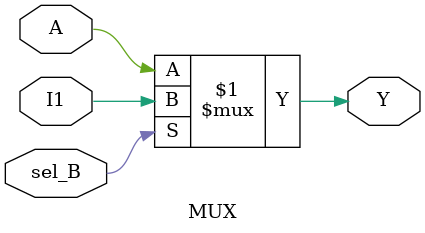
<source format=sv>
module MUX(input wire A, I1,
           input wire sel_B,
           output reg Y);
  
  assign Y = sel_B ? I1 : A;
  
endmodule

</source>
